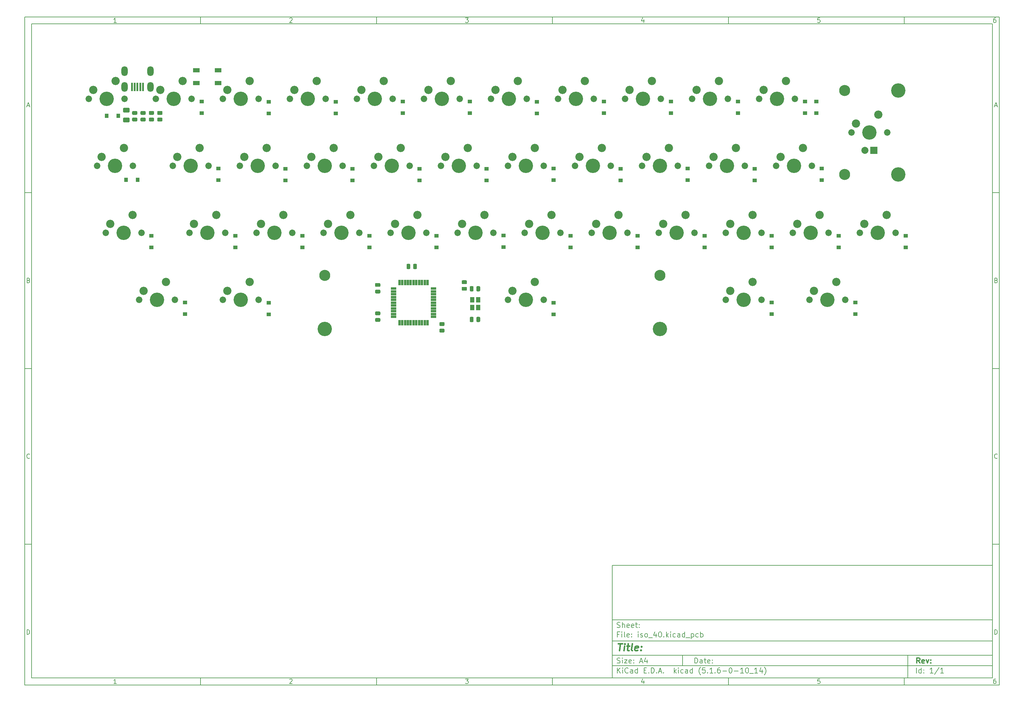
<source format=gbs>
%TF.GenerationSoftware,KiCad,Pcbnew,(5.1.6-0-10_14)*%
%TF.CreationDate,2020-07-22T14:13:02+10:00*%
%TF.ProjectId,iso_40,69736f5f-3430-42e6-9b69-6361645f7063,rev?*%
%TF.SameCoordinates,Original*%
%TF.FileFunction,Soldermask,Bot*%
%TF.FilePolarity,Negative*%
%FSLAX46Y46*%
G04 Gerber Fmt 4.6, Leading zero omitted, Abs format (unit mm)*
G04 Created by KiCad (PCBNEW (5.1.6-0-10_14)) date 2020-07-22 14:13:02*
%MOMM*%
%LPD*%
G01*
G04 APERTURE LIST*
%ADD10C,0.100000*%
%ADD11C,0.150000*%
%ADD12C,0.300000*%
%ADD13C,0.400000*%
%ADD14C,2.350000*%
%ADD15C,4.087800*%
%ADD16C,1.850000*%
%ADD17R,1.300000X1.500000*%
%ADD18O,1.800000X2.800000*%
%ADD19R,0.600000X2.350000*%
%ADD20R,1.600000X0.650000*%
%ADD21R,0.650000X1.600000*%
%ADD22R,1.900000X1.200000*%
%ADD23C,3.148000*%
%ADD24R,2.005000X2.005000*%
%ADD25C,2.005000*%
%ADD26R,1.300000X1.000000*%
%ADD27R,1.000000X1.300000*%
G04 APERTURE END LIST*
D10*
D11*
X177002200Y-166007200D02*
X177002200Y-198007200D01*
X285002200Y-198007200D01*
X285002200Y-166007200D01*
X177002200Y-166007200D01*
D10*
D11*
X10000000Y-10000000D02*
X10000000Y-200007200D01*
X287002200Y-200007200D01*
X287002200Y-10000000D01*
X10000000Y-10000000D01*
D10*
D11*
X12000000Y-12000000D02*
X12000000Y-198007200D01*
X285002200Y-198007200D01*
X285002200Y-12000000D01*
X12000000Y-12000000D01*
D10*
D11*
X60000000Y-12000000D02*
X60000000Y-10000000D01*
D10*
D11*
X110000000Y-12000000D02*
X110000000Y-10000000D01*
D10*
D11*
X160000000Y-12000000D02*
X160000000Y-10000000D01*
D10*
D11*
X210000000Y-12000000D02*
X210000000Y-10000000D01*
D10*
D11*
X260000000Y-12000000D02*
X260000000Y-10000000D01*
D10*
D11*
X36065476Y-11588095D02*
X35322619Y-11588095D01*
X35694047Y-11588095D02*
X35694047Y-10288095D01*
X35570238Y-10473809D01*
X35446428Y-10597619D01*
X35322619Y-10659523D01*
D10*
D11*
X85322619Y-10411904D02*
X85384523Y-10350000D01*
X85508333Y-10288095D01*
X85817857Y-10288095D01*
X85941666Y-10350000D01*
X86003571Y-10411904D01*
X86065476Y-10535714D01*
X86065476Y-10659523D01*
X86003571Y-10845238D01*
X85260714Y-11588095D01*
X86065476Y-11588095D01*
D10*
D11*
X135260714Y-10288095D02*
X136065476Y-10288095D01*
X135632142Y-10783333D01*
X135817857Y-10783333D01*
X135941666Y-10845238D01*
X136003571Y-10907142D01*
X136065476Y-11030952D01*
X136065476Y-11340476D01*
X136003571Y-11464285D01*
X135941666Y-11526190D01*
X135817857Y-11588095D01*
X135446428Y-11588095D01*
X135322619Y-11526190D01*
X135260714Y-11464285D01*
D10*
D11*
X185941666Y-10721428D02*
X185941666Y-11588095D01*
X185632142Y-10226190D02*
X185322619Y-11154761D01*
X186127380Y-11154761D01*
D10*
D11*
X236003571Y-10288095D02*
X235384523Y-10288095D01*
X235322619Y-10907142D01*
X235384523Y-10845238D01*
X235508333Y-10783333D01*
X235817857Y-10783333D01*
X235941666Y-10845238D01*
X236003571Y-10907142D01*
X236065476Y-11030952D01*
X236065476Y-11340476D01*
X236003571Y-11464285D01*
X235941666Y-11526190D01*
X235817857Y-11588095D01*
X235508333Y-11588095D01*
X235384523Y-11526190D01*
X235322619Y-11464285D01*
D10*
D11*
X285941666Y-10288095D02*
X285694047Y-10288095D01*
X285570238Y-10350000D01*
X285508333Y-10411904D01*
X285384523Y-10597619D01*
X285322619Y-10845238D01*
X285322619Y-11340476D01*
X285384523Y-11464285D01*
X285446428Y-11526190D01*
X285570238Y-11588095D01*
X285817857Y-11588095D01*
X285941666Y-11526190D01*
X286003571Y-11464285D01*
X286065476Y-11340476D01*
X286065476Y-11030952D01*
X286003571Y-10907142D01*
X285941666Y-10845238D01*
X285817857Y-10783333D01*
X285570238Y-10783333D01*
X285446428Y-10845238D01*
X285384523Y-10907142D01*
X285322619Y-11030952D01*
D10*
D11*
X60000000Y-198007200D02*
X60000000Y-200007200D01*
D10*
D11*
X110000000Y-198007200D02*
X110000000Y-200007200D01*
D10*
D11*
X160000000Y-198007200D02*
X160000000Y-200007200D01*
D10*
D11*
X210000000Y-198007200D02*
X210000000Y-200007200D01*
D10*
D11*
X260000000Y-198007200D02*
X260000000Y-200007200D01*
D10*
D11*
X36065476Y-199595295D02*
X35322619Y-199595295D01*
X35694047Y-199595295D02*
X35694047Y-198295295D01*
X35570238Y-198481009D01*
X35446428Y-198604819D01*
X35322619Y-198666723D01*
D10*
D11*
X85322619Y-198419104D02*
X85384523Y-198357200D01*
X85508333Y-198295295D01*
X85817857Y-198295295D01*
X85941666Y-198357200D01*
X86003571Y-198419104D01*
X86065476Y-198542914D01*
X86065476Y-198666723D01*
X86003571Y-198852438D01*
X85260714Y-199595295D01*
X86065476Y-199595295D01*
D10*
D11*
X135260714Y-198295295D02*
X136065476Y-198295295D01*
X135632142Y-198790533D01*
X135817857Y-198790533D01*
X135941666Y-198852438D01*
X136003571Y-198914342D01*
X136065476Y-199038152D01*
X136065476Y-199347676D01*
X136003571Y-199471485D01*
X135941666Y-199533390D01*
X135817857Y-199595295D01*
X135446428Y-199595295D01*
X135322619Y-199533390D01*
X135260714Y-199471485D01*
D10*
D11*
X185941666Y-198728628D02*
X185941666Y-199595295D01*
X185632142Y-198233390D02*
X185322619Y-199161961D01*
X186127380Y-199161961D01*
D10*
D11*
X236003571Y-198295295D02*
X235384523Y-198295295D01*
X235322619Y-198914342D01*
X235384523Y-198852438D01*
X235508333Y-198790533D01*
X235817857Y-198790533D01*
X235941666Y-198852438D01*
X236003571Y-198914342D01*
X236065476Y-199038152D01*
X236065476Y-199347676D01*
X236003571Y-199471485D01*
X235941666Y-199533390D01*
X235817857Y-199595295D01*
X235508333Y-199595295D01*
X235384523Y-199533390D01*
X235322619Y-199471485D01*
D10*
D11*
X285941666Y-198295295D02*
X285694047Y-198295295D01*
X285570238Y-198357200D01*
X285508333Y-198419104D01*
X285384523Y-198604819D01*
X285322619Y-198852438D01*
X285322619Y-199347676D01*
X285384523Y-199471485D01*
X285446428Y-199533390D01*
X285570238Y-199595295D01*
X285817857Y-199595295D01*
X285941666Y-199533390D01*
X286003571Y-199471485D01*
X286065476Y-199347676D01*
X286065476Y-199038152D01*
X286003571Y-198914342D01*
X285941666Y-198852438D01*
X285817857Y-198790533D01*
X285570238Y-198790533D01*
X285446428Y-198852438D01*
X285384523Y-198914342D01*
X285322619Y-199038152D01*
D10*
D11*
X10000000Y-60000000D02*
X12000000Y-60000000D01*
D10*
D11*
X10000000Y-110000000D02*
X12000000Y-110000000D01*
D10*
D11*
X10000000Y-160000000D02*
X12000000Y-160000000D01*
D10*
D11*
X10690476Y-35216666D02*
X11309523Y-35216666D01*
X10566666Y-35588095D02*
X11000000Y-34288095D01*
X11433333Y-35588095D01*
D10*
D11*
X11092857Y-84907142D02*
X11278571Y-84969047D01*
X11340476Y-85030952D01*
X11402380Y-85154761D01*
X11402380Y-85340476D01*
X11340476Y-85464285D01*
X11278571Y-85526190D01*
X11154761Y-85588095D01*
X10659523Y-85588095D01*
X10659523Y-84288095D01*
X11092857Y-84288095D01*
X11216666Y-84350000D01*
X11278571Y-84411904D01*
X11340476Y-84535714D01*
X11340476Y-84659523D01*
X11278571Y-84783333D01*
X11216666Y-84845238D01*
X11092857Y-84907142D01*
X10659523Y-84907142D01*
D10*
D11*
X11402380Y-135464285D02*
X11340476Y-135526190D01*
X11154761Y-135588095D01*
X11030952Y-135588095D01*
X10845238Y-135526190D01*
X10721428Y-135402380D01*
X10659523Y-135278571D01*
X10597619Y-135030952D01*
X10597619Y-134845238D01*
X10659523Y-134597619D01*
X10721428Y-134473809D01*
X10845238Y-134350000D01*
X11030952Y-134288095D01*
X11154761Y-134288095D01*
X11340476Y-134350000D01*
X11402380Y-134411904D01*
D10*
D11*
X10659523Y-185588095D02*
X10659523Y-184288095D01*
X10969047Y-184288095D01*
X11154761Y-184350000D01*
X11278571Y-184473809D01*
X11340476Y-184597619D01*
X11402380Y-184845238D01*
X11402380Y-185030952D01*
X11340476Y-185278571D01*
X11278571Y-185402380D01*
X11154761Y-185526190D01*
X10969047Y-185588095D01*
X10659523Y-185588095D01*
D10*
D11*
X287002200Y-60000000D02*
X285002200Y-60000000D01*
D10*
D11*
X287002200Y-110000000D02*
X285002200Y-110000000D01*
D10*
D11*
X287002200Y-160000000D02*
X285002200Y-160000000D01*
D10*
D11*
X285692676Y-35216666D02*
X286311723Y-35216666D01*
X285568866Y-35588095D02*
X286002200Y-34288095D01*
X286435533Y-35588095D01*
D10*
D11*
X286095057Y-84907142D02*
X286280771Y-84969047D01*
X286342676Y-85030952D01*
X286404580Y-85154761D01*
X286404580Y-85340476D01*
X286342676Y-85464285D01*
X286280771Y-85526190D01*
X286156961Y-85588095D01*
X285661723Y-85588095D01*
X285661723Y-84288095D01*
X286095057Y-84288095D01*
X286218866Y-84350000D01*
X286280771Y-84411904D01*
X286342676Y-84535714D01*
X286342676Y-84659523D01*
X286280771Y-84783333D01*
X286218866Y-84845238D01*
X286095057Y-84907142D01*
X285661723Y-84907142D01*
D10*
D11*
X286404580Y-135464285D02*
X286342676Y-135526190D01*
X286156961Y-135588095D01*
X286033152Y-135588095D01*
X285847438Y-135526190D01*
X285723628Y-135402380D01*
X285661723Y-135278571D01*
X285599819Y-135030952D01*
X285599819Y-134845238D01*
X285661723Y-134597619D01*
X285723628Y-134473809D01*
X285847438Y-134350000D01*
X286033152Y-134288095D01*
X286156961Y-134288095D01*
X286342676Y-134350000D01*
X286404580Y-134411904D01*
D10*
D11*
X285661723Y-185588095D02*
X285661723Y-184288095D01*
X285971247Y-184288095D01*
X286156961Y-184350000D01*
X286280771Y-184473809D01*
X286342676Y-184597619D01*
X286404580Y-184845238D01*
X286404580Y-185030952D01*
X286342676Y-185278571D01*
X286280771Y-185402380D01*
X286156961Y-185526190D01*
X285971247Y-185588095D01*
X285661723Y-185588095D01*
D10*
D11*
X200434342Y-193785771D02*
X200434342Y-192285771D01*
X200791485Y-192285771D01*
X201005771Y-192357200D01*
X201148628Y-192500057D01*
X201220057Y-192642914D01*
X201291485Y-192928628D01*
X201291485Y-193142914D01*
X201220057Y-193428628D01*
X201148628Y-193571485D01*
X201005771Y-193714342D01*
X200791485Y-193785771D01*
X200434342Y-193785771D01*
X202577200Y-193785771D02*
X202577200Y-193000057D01*
X202505771Y-192857200D01*
X202362914Y-192785771D01*
X202077200Y-192785771D01*
X201934342Y-192857200D01*
X202577200Y-193714342D02*
X202434342Y-193785771D01*
X202077200Y-193785771D01*
X201934342Y-193714342D01*
X201862914Y-193571485D01*
X201862914Y-193428628D01*
X201934342Y-193285771D01*
X202077200Y-193214342D01*
X202434342Y-193214342D01*
X202577200Y-193142914D01*
X203077200Y-192785771D02*
X203648628Y-192785771D01*
X203291485Y-192285771D02*
X203291485Y-193571485D01*
X203362914Y-193714342D01*
X203505771Y-193785771D01*
X203648628Y-193785771D01*
X204720057Y-193714342D02*
X204577200Y-193785771D01*
X204291485Y-193785771D01*
X204148628Y-193714342D01*
X204077200Y-193571485D01*
X204077200Y-193000057D01*
X204148628Y-192857200D01*
X204291485Y-192785771D01*
X204577200Y-192785771D01*
X204720057Y-192857200D01*
X204791485Y-193000057D01*
X204791485Y-193142914D01*
X204077200Y-193285771D01*
X205434342Y-193642914D02*
X205505771Y-193714342D01*
X205434342Y-193785771D01*
X205362914Y-193714342D01*
X205434342Y-193642914D01*
X205434342Y-193785771D01*
X205434342Y-192857200D02*
X205505771Y-192928628D01*
X205434342Y-193000057D01*
X205362914Y-192928628D01*
X205434342Y-192857200D01*
X205434342Y-193000057D01*
D10*
D11*
X177002200Y-194507200D02*
X285002200Y-194507200D01*
D10*
D11*
X178434342Y-196585771D02*
X178434342Y-195085771D01*
X179291485Y-196585771D02*
X178648628Y-195728628D01*
X179291485Y-195085771D02*
X178434342Y-195942914D01*
X179934342Y-196585771D02*
X179934342Y-195585771D01*
X179934342Y-195085771D02*
X179862914Y-195157200D01*
X179934342Y-195228628D01*
X180005771Y-195157200D01*
X179934342Y-195085771D01*
X179934342Y-195228628D01*
X181505771Y-196442914D02*
X181434342Y-196514342D01*
X181220057Y-196585771D01*
X181077200Y-196585771D01*
X180862914Y-196514342D01*
X180720057Y-196371485D01*
X180648628Y-196228628D01*
X180577200Y-195942914D01*
X180577200Y-195728628D01*
X180648628Y-195442914D01*
X180720057Y-195300057D01*
X180862914Y-195157200D01*
X181077200Y-195085771D01*
X181220057Y-195085771D01*
X181434342Y-195157200D01*
X181505771Y-195228628D01*
X182791485Y-196585771D02*
X182791485Y-195800057D01*
X182720057Y-195657200D01*
X182577200Y-195585771D01*
X182291485Y-195585771D01*
X182148628Y-195657200D01*
X182791485Y-196514342D02*
X182648628Y-196585771D01*
X182291485Y-196585771D01*
X182148628Y-196514342D01*
X182077200Y-196371485D01*
X182077200Y-196228628D01*
X182148628Y-196085771D01*
X182291485Y-196014342D01*
X182648628Y-196014342D01*
X182791485Y-195942914D01*
X184148628Y-196585771D02*
X184148628Y-195085771D01*
X184148628Y-196514342D02*
X184005771Y-196585771D01*
X183720057Y-196585771D01*
X183577200Y-196514342D01*
X183505771Y-196442914D01*
X183434342Y-196300057D01*
X183434342Y-195871485D01*
X183505771Y-195728628D01*
X183577200Y-195657200D01*
X183720057Y-195585771D01*
X184005771Y-195585771D01*
X184148628Y-195657200D01*
X186005771Y-195800057D02*
X186505771Y-195800057D01*
X186720057Y-196585771D02*
X186005771Y-196585771D01*
X186005771Y-195085771D01*
X186720057Y-195085771D01*
X187362914Y-196442914D02*
X187434342Y-196514342D01*
X187362914Y-196585771D01*
X187291485Y-196514342D01*
X187362914Y-196442914D01*
X187362914Y-196585771D01*
X188077200Y-196585771D02*
X188077200Y-195085771D01*
X188434342Y-195085771D01*
X188648628Y-195157200D01*
X188791485Y-195300057D01*
X188862914Y-195442914D01*
X188934342Y-195728628D01*
X188934342Y-195942914D01*
X188862914Y-196228628D01*
X188791485Y-196371485D01*
X188648628Y-196514342D01*
X188434342Y-196585771D01*
X188077200Y-196585771D01*
X189577200Y-196442914D02*
X189648628Y-196514342D01*
X189577200Y-196585771D01*
X189505771Y-196514342D01*
X189577200Y-196442914D01*
X189577200Y-196585771D01*
X190220057Y-196157200D02*
X190934342Y-196157200D01*
X190077200Y-196585771D02*
X190577200Y-195085771D01*
X191077200Y-196585771D01*
X191577200Y-196442914D02*
X191648628Y-196514342D01*
X191577200Y-196585771D01*
X191505771Y-196514342D01*
X191577200Y-196442914D01*
X191577200Y-196585771D01*
X194577200Y-196585771D02*
X194577200Y-195085771D01*
X194720057Y-196014342D02*
X195148628Y-196585771D01*
X195148628Y-195585771D02*
X194577200Y-196157200D01*
X195791485Y-196585771D02*
X195791485Y-195585771D01*
X195791485Y-195085771D02*
X195720057Y-195157200D01*
X195791485Y-195228628D01*
X195862914Y-195157200D01*
X195791485Y-195085771D01*
X195791485Y-195228628D01*
X197148628Y-196514342D02*
X197005771Y-196585771D01*
X196720057Y-196585771D01*
X196577200Y-196514342D01*
X196505771Y-196442914D01*
X196434342Y-196300057D01*
X196434342Y-195871485D01*
X196505771Y-195728628D01*
X196577200Y-195657200D01*
X196720057Y-195585771D01*
X197005771Y-195585771D01*
X197148628Y-195657200D01*
X198434342Y-196585771D02*
X198434342Y-195800057D01*
X198362914Y-195657200D01*
X198220057Y-195585771D01*
X197934342Y-195585771D01*
X197791485Y-195657200D01*
X198434342Y-196514342D02*
X198291485Y-196585771D01*
X197934342Y-196585771D01*
X197791485Y-196514342D01*
X197720057Y-196371485D01*
X197720057Y-196228628D01*
X197791485Y-196085771D01*
X197934342Y-196014342D01*
X198291485Y-196014342D01*
X198434342Y-195942914D01*
X199791485Y-196585771D02*
X199791485Y-195085771D01*
X199791485Y-196514342D02*
X199648628Y-196585771D01*
X199362914Y-196585771D01*
X199220057Y-196514342D01*
X199148628Y-196442914D01*
X199077200Y-196300057D01*
X199077200Y-195871485D01*
X199148628Y-195728628D01*
X199220057Y-195657200D01*
X199362914Y-195585771D01*
X199648628Y-195585771D01*
X199791485Y-195657200D01*
X202077200Y-197157200D02*
X202005771Y-197085771D01*
X201862914Y-196871485D01*
X201791485Y-196728628D01*
X201720057Y-196514342D01*
X201648628Y-196157200D01*
X201648628Y-195871485D01*
X201720057Y-195514342D01*
X201791485Y-195300057D01*
X201862914Y-195157200D01*
X202005771Y-194942914D01*
X202077200Y-194871485D01*
X203362914Y-195085771D02*
X202648628Y-195085771D01*
X202577200Y-195800057D01*
X202648628Y-195728628D01*
X202791485Y-195657200D01*
X203148628Y-195657200D01*
X203291485Y-195728628D01*
X203362914Y-195800057D01*
X203434342Y-195942914D01*
X203434342Y-196300057D01*
X203362914Y-196442914D01*
X203291485Y-196514342D01*
X203148628Y-196585771D01*
X202791485Y-196585771D01*
X202648628Y-196514342D01*
X202577200Y-196442914D01*
X204077200Y-196442914D02*
X204148628Y-196514342D01*
X204077200Y-196585771D01*
X204005771Y-196514342D01*
X204077200Y-196442914D01*
X204077200Y-196585771D01*
X205577200Y-196585771D02*
X204720057Y-196585771D01*
X205148628Y-196585771D02*
X205148628Y-195085771D01*
X205005771Y-195300057D01*
X204862914Y-195442914D01*
X204720057Y-195514342D01*
X206220057Y-196442914D02*
X206291485Y-196514342D01*
X206220057Y-196585771D01*
X206148628Y-196514342D01*
X206220057Y-196442914D01*
X206220057Y-196585771D01*
X207577200Y-195085771D02*
X207291485Y-195085771D01*
X207148628Y-195157200D01*
X207077200Y-195228628D01*
X206934342Y-195442914D01*
X206862914Y-195728628D01*
X206862914Y-196300057D01*
X206934342Y-196442914D01*
X207005771Y-196514342D01*
X207148628Y-196585771D01*
X207434342Y-196585771D01*
X207577200Y-196514342D01*
X207648628Y-196442914D01*
X207720057Y-196300057D01*
X207720057Y-195942914D01*
X207648628Y-195800057D01*
X207577200Y-195728628D01*
X207434342Y-195657200D01*
X207148628Y-195657200D01*
X207005771Y-195728628D01*
X206934342Y-195800057D01*
X206862914Y-195942914D01*
X208362914Y-196014342D02*
X209505771Y-196014342D01*
X210505771Y-195085771D02*
X210648628Y-195085771D01*
X210791485Y-195157200D01*
X210862914Y-195228628D01*
X210934342Y-195371485D01*
X211005771Y-195657200D01*
X211005771Y-196014342D01*
X210934342Y-196300057D01*
X210862914Y-196442914D01*
X210791485Y-196514342D01*
X210648628Y-196585771D01*
X210505771Y-196585771D01*
X210362914Y-196514342D01*
X210291485Y-196442914D01*
X210220057Y-196300057D01*
X210148628Y-196014342D01*
X210148628Y-195657200D01*
X210220057Y-195371485D01*
X210291485Y-195228628D01*
X210362914Y-195157200D01*
X210505771Y-195085771D01*
X211648628Y-196014342D02*
X212791485Y-196014342D01*
X214291485Y-196585771D02*
X213434342Y-196585771D01*
X213862914Y-196585771D02*
X213862914Y-195085771D01*
X213720057Y-195300057D01*
X213577200Y-195442914D01*
X213434342Y-195514342D01*
X215220057Y-195085771D02*
X215362914Y-195085771D01*
X215505771Y-195157200D01*
X215577200Y-195228628D01*
X215648628Y-195371485D01*
X215720057Y-195657200D01*
X215720057Y-196014342D01*
X215648628Y-196300057D01*
X215577200Y-196442914D01*
X215505771Y-196514342D01*
X215362914Y-196585771D01*
X215220057Y-196585771D01*
X215077200Y-196514342D01*
X215005771Y-196442914D01*
X214934342Y-196300057D01*
X214862914Y-196014342D01*
X214862914Y-195657200D01*
X214934342Y-195371485D01*
X215005771Y-195228628D01*
X215077200Y-195157200D01*
X215220057Y-195085771D01*
X216005771Y-196728628D02*
X217148628Y-196728628D01*
X218291485Y-196585771D02*
X217434342Y-196585771D01*
X217862914Y-196585771D02*
X217862914Y-195085771D01*
X217720057Y-195300057D01*
X217577200Y-195442914D01*
X217434342Y-195514342D01*
X219577200Y-195585771D02*
X219577200Y-196585771D01*
X219220057Y-195014342D02*
X218862914Y-196085771D01*
X219791485Y-196085771D01*
X220220057Y-197157200D02*
X220291485Y-197085771D01*
X220434342Y-196871485D01*
X220505771Y-196728628D01*
X220577200Y-196514342D01*
X220648628Y-196157200D01*
X220648628Y-195871485D01*
X220577200Y-195514342D01*
X220505771Y-195300057D01*
X220434342Y-195157200D01*
X220291485Y-194942914D01*
X220220057Y-194871485D01*
D10*
D11*
X177002200Y-191507200D02*
X285002200Y-191507200D01*
D10*
D12*
X264411485Y-193785771D02*
X263911485Y-193071485D01*
X263554342Y-193785771D02*
X263554342Y-192285771D01*
X264125771Y-192285771D01*
X264268628Y-192357200D01*
X264340057Y-192428628D01*
X264411485Y-192571485D01*
X264411485Y-192785771D01*
X264340057Y-192928628D01*
X264268628Y-193000057D01*
X264125771Y-193071485D01*
X263554342Y-193071485D01*
X265625771Y-193714342D02*
X265482914Y-193785771D01*
X265197200Y-193785771D01*
X265054342Y-193714342D01*
X264982914Y-193571485D01*
X264982914Y-193000057D01*
X265054342Y-192857200D01*
X265197200Y-192785771D01*
X265482914Y-192785771D01*
X265625771Y-192857200D01*
X265697200Y-193000057D01*
X265697200Y-193142914D01*
X264982914Y-193285771D01*
X266197200Y-192785771D02*
X266554342Y-193785771D01*
X266911485Y-192785771D01*
X267482914Y-193642914D02*
X267554342Y-193714342D01*
X267482914Y-193785771D01*
X267411485Y-193714342D01*
X267482914Y-193642914D01*
X267482914Y-193785771D01*
X267482914Y-192857200D02*
X267554342Y-192928628D01*
X267482914Y-193000057D01*
X267411485Y-192928628D01*
X267482914Y-192857200D01*
X267482914Y-193000057D01*
D10*
D11*
X178362914Y-193714342D02*
X178577200Y-193785771D01*
X178934342Y-193785771D01*
X179077200Y-193714342D01*
X179148628Y-193642914D01*
X179220057Y-193500057D01*
X179220057Y-193357200D01*
X179148628Y-193214342D01*
X179077200Y-193142914D01*
X178934342Y-193071485D01*
X178648628Y-193000057D01*
X178505771Y-192928628D01*
X178434342Y-192857200D01*
X178362914Y-192714342D01*
X178362914Y-192571485D01*
X178434342Y-192428628D01*
X178505771Y-192357200D01*
X178648628Y-192285771D01*
X179005771Y-192285771D01*
X179220057Y-192357200D01*
X179862914Y-193785771D02*
X179862914Y-192785771D01*
X179862914Y-192285771D02*
X179791485Y-192357200D01*
X179862914Y-192428628D01*
X179934342Y-192357200D01*
X179862914Y-192285771D01*
X179862914Y-192428628D01*
X180434342Y-192785771D02*
X181220057Y-192785771D01*
X180434342Y-193785771D01*
X181220057Y-193785771D01*
X182362914Y-193714342D02*
X182220057Y-193785771D01*
X181934342Y-193785771D01*
X181791485Y-193714342D01*
X181720057Y-193571485D01*
X181720057Y-193000057D01*
X181791485Y-192857200D01*
X181934342Y-192785771D01*
X182220057Y-192785771D01*
X182362914Y-192857200D01*
X182434342Y-193000057D01*
X182434342Y-193142914D01*
X181720057Y-193285771D01*
X183077200Y-193642914D02*
X183148628Y-193714342D01*
X183077200Y-193785771D01*
X183005771Y-193714342D01*
X183077200Y-193642914D01*
X183077200Y-193785771D01*
X183077200Y-192857200D02*
X183148628Y-192928628D01*
X183077200Y-193000057D01*
X183005771Y-192928628D01*
X183077200Y-192857200D01*
X183077200Y-193000057D01*
X184862914Y-193357200D02*
X185577200Y-193357200D01*
X184720057Y-193785771D02*
X185220057Y-192285771D01*
X185720057Y-193785771D01*
X186862914Y-192785771D02*
X186862914Y-193785771D01*
X186505771Y-192214342D02*
X186148628Y-193285771D01*
X187077200Y-193285771D01*
D10*
D11*
X263434342Y-196585771D02*
X263434342Y-195085771D01*
X264791485Y-196585771D02*
X264791485Y-195085771D01*
X264791485Y-196514342D02*
X264648628Y-196585771D01*
X264362914Y-196585771D01*
X264220057Y-196514342D01*
X264148628Y-196442914D01*
X264077200Y-196300057D01*
X264077200Y-195871485D01*
X264148628Y-195728628D01*
X264220057Y-195657200D01*
X264362914Y-195585771D01*
X264648628Y-195585771D01*
X264791485Y-195657200D01*
X265505771Y-196442914D02*
X265577200Y-196514342D01*
X265505771Y-196585771D01*
X265434342Y-196514342D01*
X265505771Y-196442914D01*
X265505771Y-196585771D01*
X265505771Y-195657200D02*
X265577200Y-195728628D01*
X265505771Y-195800057D01*
X265434342Y-195728628D01*
X265505771Y-195657200D01*
X265505771Y-195800057D01*
X268148628Y-196585771D02*
X267291485Y-196585771D01*
X267720057Y-196585771D02*
X267720057Y-195085771D01*
X267577200Y-195300057D01*
X267434342Y-195442914D01*
X267291485Y-195514342D01*
X269862914Y-195014342D02*
X268577200Y-196942914D01*
X271148628Y-196585771D02*
X270291485Y-196585771D01*
X270720057Y-196585771D02*
X270720057Y-195085771D01*
X270577200Y-195300057D01*
X270434342Y-195442914D01*
X270291485Y-195514342D01*
D10*
D11*
X177002200Y-187507200D02*
X285002200Y-187507200D01*
D10*
D13*
X178714580Y-188211961D02*
X179857438Y-188211961D01*
X179036009Y-190211961D02*
X179286009Y-188211961D01*
X180274104Y-190211961D02*
X180440771Y-188878628D01*
X180524104Y-188211961D02*
X180416961Y-188307200D01*
X180500295Y-188402438D01*
X180607438Y-188307200D01*
X180524104Y-188211961D01*
X180500295Y-188402438D01*
X181107438Y-188878628D02*
X181869342Y-188878628D01*
X181476485Y-188211961D02*
X181262200Y-189926247D01*
X181333628Y-190116723D01*
X181512200Y-190211961D01*
X181702676Y-190211961D01*
X182655057Y-190211961D02*
X182476485Y-190116723D01*
X182405057Y-189926247D01*
X182619342Y-188211961D01*
X184190771Y-190116723D02*
X183988390Y-190211961D01*
X183607438Y-190211961D01*
X183428866Y-190116723D01*
X183357438Y-189926247D01*
X183452676Y-189164342D01*
X183571723Y-188973866D01*
X183774104Y-188878628D01*
X184155057Y-188878628D01*
X184333628Y-188973866D01*
X184405057Y-189164342D01*
X184381247Y-189354819D01*
X183405057Y-189545295D01*
X185155057Y-190021485D02*
X185238390Y-190116723D01*
X185131247Y-190211961D01*
X185047914Y-190116723D01*
X185155057Y-190021485D01*
X185131247Y-190211961D01*
X185286009Y-188973866D02*
X185369342Y-189069104D01*
X185262200Y-189164342D01*
X185178866Y-189069104D01*
X185286009Y-188973866D01*
X185262200Y-189164342D01*
D10*
D11*
X178934342Y-185600057D02*
X178434342Y-185600057D01*
X178434342Y-186385771D02*
X178434342Y-184885771D01*
X179148628Y-184885771D01*
X179720057Y-186385771D02*
X179720057Y-185385771D01*
X179720057Y-184885771D02*
X179648628Y-184957200D01*
X179720057Y-185028628D01*
X179791485Y-184957200D01*
X179720057Y-184885771D01*
X179720057Y-185028628D01*
X180648628Y-186385771D02*
X180505771Y-186314342D01*
X180434342Y-186171485D01*
X180434342Y-184885771D01*
X181791485Y-186314342D02*
X181648628Y-186385771D01*
X181362914Y-186385771D01*
X181220057Y-186314342D01*
X181148628Y-186171485D01*
X181148628Y-185600057D01*
X181220057Y-185457200D01*
X181362914Y-185385771D01*
X181648628Y-185385771D01*
X181791485Y-185457200D01*
X181862914Y-185600057D01*
X181862914Y-185742914D01*
X181148628Y-185885771D01*
X182505771Y-186242914D02*
X182577200Y-186314342D01*
X182505771Y-186385771D01*
X182434342Y-186314342D01*
X182505771Y-186242914D01*
X182505771Y-186385771D01*
X182505771Y-185457200D02*
X182577200Y-185528628D01*
X182505771Y-185600057D01*
X182434342Y-185528628D01*
X182505771Y-185457200D01*
X182505771Y-185600057D01*
X184362914Y-186385771D02*
X184362914Y-185385771D01*
X184362914Y-184885771D02*
X184291485Y-184957200D01*
X184362914Y-185028628D01*
X184434342Y-184957200D01*
X184362914Y-184885771D01*
X184362914Y-185028628D01*
X185005771Y-186314342D02*
X185148628Y-186385771D01*
X185434342Y-186385771D01*
X185577200Y-186314342D01*
X185648628Y-186171485D01*
X185648628Y-186100057D01*
X185577200Y-185957200D01*
X185434342Y-185885771D01*
X185220057Y-185885771D01*
X185077200Y-185814342D01*
X185005771Y-185671485D01*
X185005771Y-185600057D01*
X185077200Y-185457200D01*
X185220057Y-185385771D01*
X185434342Y-185385771D01*
X185577200Y-185457200D01*
X186505771Y-186385771D02*
X186362914Y-186314342D01*
X186291485Y-186242914D01*
X186220057Y-186100057D01*
X186220057Y-185671485D01*
X186291485Y-185528628D01*
X186362914Y-185457200D01*
X186505771Y-185385771D01*
X186720057Y-185385771D01*
X186862914Y-185457200D01*
X186934342Y-185528628D01*
X187005771Y-185671485D01*
X187005771Y-186100057D01*
X186934342Y-186242914D01*
X186862914Y-186314342D01*
X186720057Y-186385771D01*
X186505771Y-186385771D01*
X187291485Y-186528628D02*
X188434342Y-186528628D01*
X189434342Y-185385771D02*
X189434342Y-186385771D01*
X189077200Y-184814342D02*
X188720057Y-185885771D01*
X189648628Y-185885771D01*
X190505771Y-184885771D02*
X190648628Y-184885771D01*
X190791485Y-184957200D01*
X190862914Y-185028628D01*
X190934342Y-185171485D01*
X191005771Y-185457200D01*
X191005771Y-185814342D01*
X190934342Y-186100057D01*
X190862914Y-186242914D01*
X190791485Y-186314342D01*
X190648628Y-186385771D01*
X190505771Y-186385771D01*
X190362914Y-186314342D01*
X190291485Y-186242914D01*
X190220057Y-186100057D01*
X190148628Y-185814342D01*
X190148628Y-185457200D01*
X190220057Y-185171485D01*
X190291485Y-185028628D01*
X190362914Y-184957200D01*
X190505771Y-184885771D01*
X191648628Y-186242914D02*
X191720057Y-186314342D01*
X191648628Y-186385771D01*
X191577200Y-186314342D01*
X191648628Y-186242914D01*
X191648628Y-186385771D01*
X192362914Y-186385771D02*
X192362914Y-184885771D01*
X192505771Y-185814342D02*
X192934342Y-186385771D01*
X192934342Y-185385771D02*
X192362914Y-185957200D01*
X193577200Y-186385771D02*
X193577200Y-185385771D01*
X193577200Y-184885771D02*
X193505771Y-184957200D01*
X193577200Y-185028628D01*
X193648628Y-184957200D01*
X193577200Y-184885771D01*
X193577200Y-185028628D01*
X194934342Y-186314342D02*
X194791485Y-186385771D01*
X194505771Y-186385771D01*
X194362914Y-186314342D01*
X194291485Y-186242914D01*
X194220057Y-186100057D01*
X194220057Y-185671485D01*
X194291485Y-185528628D01*
X194362914Y-185457200D01*
X194505771Y-185385771D01*
X194791485Y-185385771D01*
X194934342Y-185457200D01*
X196220057Y-186385771D02*
X196220057Y-185600057D01*
X196148628Y-185457200D01*
X196005771Y-185385771D01*
X195720057Y-185385771D01*
X195577200Y-185457200D01*
X196220057Y-186314342D02*
X196077200Y-186385771D01*
X195720057Y-186385771D01*
X195577200Y-186314342D01*
X195505771Y-186171485D01*
X195505771Y-186028628D01*
X195577200Y-185885771D01*
X195720057Y-185814342D01*
X196077200Y-185814342D01*
X196220057Y-185742914D01*
X197577200Y-186385771D02*
X197577200Y-184885771D01*
X197577200Y-186314342D02*
X197434342Y-186385771D01*
X197148628Y-186385771D01*
X197005771Y-186314342D01*
X196934342Y-186242914D01*
X196862914Y-186100057D01*
X196862914Y-185671485D01*
X196934342Y-185528628D01*
X197005771Y-185457200D01*
X197148628Y-185385771D01*
X197434342Y-185385771D01*
X197577200Y-185457200D01*
X197934342Y-186528628D02*
X199077200Y-186528628D01*
X199434342Y-185385771D02*
X199434342Y-186885771D01*
X199434342Y-185457200D02*
X199577200Y-185385771D01*
X199862914Y-185385771D01*
X200005771Y-185457200D01*
X200077200Y-185528628D01*
X200148628Y-185671485D01*
X200148628Y-186100057D01*
X200077200Y-186242914D01*
X200005771Y-186314342D01*
X199862914Y-186385771D01*
X199577200Y-186385771D01*
X199434342Y-186314342D01*
X201434342Y-186314342D02*
X201291485Y-186385771D01*
X201005771Y-186385771D01*
X200862914Y-186314342D01*
X200791485Y-186242914D01*
X200720057Y-186100057D01*
X200720057Y-185671485D01*
X200791485Y-185528628D01*
X200862914Y-185457200D01*
X201005771Y-185385771D01*
X201291485Y-185385771D01*
X201434342Y-185457200D01*
X202077200Y-186385771D02*
X202077200Y-184885771D01*
X202077200Y-185457200D02*
X202220057Y-185385771D01*
X202505771Y-185385771D01*
X202648628Y-185457200D01*
X202720057Y-185528628D01*
X202791485Y-185671485D01*
X202791485Y-186100057D01*
X202720057Y-186242914D01*
X202648628Y-186314342D01*
X202505771Y-186385771D01*
X202220057Y-186385771D01*
X202077200Y-186314342D01*
D10*
D11*
X177002200Y-181507200D02*
X285002200Y-181507200D01*
D10*
D11*
X178362914Y-183614342D02*
X178577200Y-183685771D01*
X178934342Y-183685771D01*
X179077200Y-183614342D01*
X179148628Y-183542914D01*
X179220057Y-183400057D01*
X179220057Y-183257200D01*
X179148628Y-183114342D01*
X179077200Y-183042914D01*
X178934342Y-182971485D01*
X178648628Y-182900057D01*
X178505771Y-182828628D01*
X178434342Y-182757200D01*
X178362914Y-182614342D01*
X178362914Y-182471485D01*
X178434342Y-182328628D01*
X178505771Y-182257200D01*
X178648628Y-182185771D01*
X179005771Y-182185771D01*
X179220057Y-182257200D01*
X179862914Y-183685771D02*
X179862914Y-182185771D01*
X180505771Y-183685771D02*
X180505771Y-182900057D01*
X180434342Y-182757200D01*
X180291485Y-182685771D01*
X180077200Y-182685771D01*
X179934342Y-182757200D01*
X179862914Y-182828628D01*
X181791485Y-183614342D02*
X181648628Y-183685771D01*
X181362914Y-183685771D01*
X181220057Y-183614342D01*
X181148628Y-183471485D01*
X181148628Y-182900057D01*
X181220057Y-182757200D01*
X181362914Y-182685771D01*
X181648628Y-182685771D01*
X181791485Y-182757200D01*
X181862914Y-182900057D01*
X181862914Y-183042914D01*
X181148628Y-183185771D01*
X183077200Y-183614342D02*
X182934342Y-183685771D01*
X182648628Y-183685771D01*
X182505771Y-183614342D01*
X182434342Y-183471485D01*
X182434342Y-182900057D01*
X182505771Y-182757200D01*
X182648628Y-182685771D01*
X182934342Y-182685771D01*
X183077200Y-182757200D01*
X183148628Y-182900057D01*
X183148628Y-183042914D01*
X182434342Y-183185771D01*
X183577200Y-182685771D02*
X184148628Y-182685771D01*
X183791485Y-182185771D02*
X183791485Y-183471485D01*
X183862914Y-183614342D01*
X184005771Y-183685771D01*
X184148628Y-183685771D01*
X184648628Y-183542914D02*
X184720057Y-183614342D01*
X184648628Y-183685771D01*
X184577200Y-183614342D01*
X184648628Y-183542914D01*
X184648628Y-183685771D01*
X184648628Y-182757200D02*
X184720057Y-182828628D01*
X184648628Y-182900057D01*
X184577200Y-182828628D01*
X184648628Y-182757200D01*
X184648628Y-182900057D01*
D10*
D11*
X197002200Y-191507200D02*
X197002200Y-194507200D01*
D10*
D11*
X261002200Y-191507200D02*
X261002200Y-198007200D01*
D14*
%TO.C,MX2*%
X54927500Y-28257500D03*
D15*
X52387500Y-33337500D03*
D14*
X48577500Y-30797500D03*
D16*
X47307500Y-33337500D03*
X57467500Y-33337500D03*
%TD*%
D14*
%TO.C,MX24*%
X40640000Y-66357500D03*
D15*
X38100000Y-71437500D03*
D14*
X34290000Y-68897500D03*
D16*
X33020000Y-71437500D03*
X43180000Y-71437500D03*
%TD*%
D14*
%TO.C,MX23*%
X231140000Y-47307500D03*
D15*
X228600000Y-52387500D03*
D14*
X224790000Y-49847500D03*
D16*
X223520000Y-52387500D03*
X233680000Y-52387500D03*
%TD*%
D17*
%TO.C,Y1*%
X138906250Y-92687500D03*
X138906250Y-90487500D03*
X137206250Y-90487500D03*
X137206250Y-92687500D03*
%TD*%
D18*
%TO.C,USB1*%
X38418750Y-25400000D03*
X45718750Y-25400000D03*
X45718750Y-29900000D03*
X38418750Y-29900000D03*
D19*
X40468750Y-29900000D03*
X41268750Y-29900000D03*
X42068750Y-29900000D03*
X42868750Y-29900000D03*
X43668750Y-29900000D03*
%TD*%
D20*
%TO.C,U1*%
X114806250Y-87275000D03*
X114806250Y-88075000D03*
X114806250Y-88875000D03*
X114806250Y-89675000D03*
X114806250Y-90475000D03*
X114806250Y-91275000D03*
X114806250Y-92075000D03*
X114806250Y-92875000D03*
X114806250Y-93675000D03*
X114806250Y-94475000D03*
X114806250Y-95275000D03*
D21*
X116506250Y-96975000D03*
X117306250Y-96975000D03*
X118106250Y-96975000D03*
X118906250Y-96975000D03*
X119706250Y-96975000D03*
X120506250Y-96975000D03*
X121306250Y-96975000D03*
X122106250Y-96975000D03*
X122906250Y-96975000D03*
X123706250Y-96975000D03*
X124506250Y-96975000D03*
D20*
X126206250Y-95275000D03*
X126206250Y-94475000D03*
X126206250Y-93675000D03*
X126206250Y-92875000D03*
X126206250Y-92075000D03*
X126206250Y-91275000D03*
X126206250Y-90475000D03*
X126206250Y-89675000D03*
X126206250Y-88875000D03*
X126206250Y-88075000D03*
X126206250Y-87275000D03*
D21*
X124506250Y-85575000D03*
X123706250Y-85575000D03*
X122906250Y-85575000D03*
X122106250Y-85575000D03*
X121306250Y-85575000D03*
X120506250Y-85575000D03*
X119706250Y-85575000D03*
X118906250Y-85575000D03*
X118106250Y-85575000D03*
X117306250Y-85575000D03*
X116506250Y-85575000D03*
%TD*%
D22*
%TO.C,SW1*%
X58812500Y-25137500D03*
X65012500Y-28837500D03*
X58812500Y-28837500D03*
X65012500Y-25137500D03*
%TD*%
%TO.C,R4*%
G36*
G01*
X45556250Y-38643750D02*
X46518750Y-38643750D01*
G75*
G02*
X46787500Y-38912500I0J-268750D01*
G01*
X46787500Y-39450000D01*
G75*
G02*
X46518750Y-39718750I-268750J0D01*
G01*
X45556250Y-39718750D01*
G75*
G02*
X45287500Y-39450000I0J268750D01*
G01*
X45287500Y-38912500D01*
G75*
G02*
X45556250Y-38643750I268750J0D01*
G01*
G37*
G36*
G01*
X45556250Y-36768750D02*
X46518750Y-36768750D01*
G75*
G02*
X46787500Y-37037500I0J-268750D01*
G01*
X46787500Y-37575000D01*
G75*
G02*
X46518750Y-37843750I-268750J0D01*
G01*
X45556250Y-37843750D01*
G75*
G02*
X45287500Y-37575000I0J268750D01*
G01*
X45287500Y-37037500D01*
G75*
G02*
X45556250Y-36768750I268750J0D01*
G01*
G37*
%TD*%
%TO.C,R3*%
G36*
G01*
X41759000Y-37843750D02*
X40796500Y-37843750D01*
G75*
G02*
X40527750Y-37575000I0J268750D01*
G01*
X40527750Y-37037500D01*
G75*
G02*
X40796500Y-36768750I268750J0D01*
G01*
X41759000Y-36768750D01*
G75*
G02*
X42027750Y-37037500I0J-268750D01*
G01*
X42027750Y-37575000D01*
G75*
G02*
X41759000Y-37843750I-268750J0D01*
G01*
G37*
G36*
G01*
X41759000Y-39718750D02*
X40796500Y-39718750D01*
G75*
G02*
X40527750Y-39450000I0J268750D01*
G01*
X40527750Y-38912500D01*
G75*
G02*
X40796500Y-38643750I268750J0D01*
G01*
X41759000Y-38643750D01*
G75*
G02*
X42027750Y-38912500I0J-268750D01*
G01*
X42027750Y-39450000D01*
G75*
G02*
X41759000Y-39718750I-268750J0D01*
G01*
G37*
%TD*%
%TO.C,R2*%
G36*
G01*
X44137500Y-37843750D02*
X43175000Y-37843750D01*
G75*
G02*
X42906250Y-37575000I0J268750D01*
G01*
X42906250Y-37037500D01*
G75*
G02*
X43175000Y-36768750I268750J0D01*
G01*
X44137500Y-36768750D01*
G75*
G02*
X44406250Y-37037500I0J-268750D01*
G01*
X44406250Y-37575000D01*
G75*
G02*
X44137500Y-37843750I-268750J0D01*
G01*
G37*
G36*
G01*
X44137500Y-39718750D02*
X43175000Y-39718750D01*
G75*
G02*
X42906250Y-39450000I0J268750D01*
G01*
X42906250Y-38912500D01*
G75*
G02*
X43175000Y-38643750I268750J0D01*
G01*
X44137500Y-38643750D01*
G75*
G02*
X44406250Y-38912500I0J-268750D01*
G01*
X44406250Y-39450000D01*
G75*
G02*
X44137500Y-39718750I-268750J0D01*
G01*
G37*
%TD*%
%TO.C,R1*%
G36*
G01*
X48900000Y-37843750D02*
X47937500Y-37843750D01*
G75*
G02*
X47668750Y-37575000I0J268750D01*
G01*
X47668750Y-37037500D01*
G75*
G02*
X47937500Y-36768750I268750J0D01*
G01*
X48900000Y-36768750D01*
G75*
G02*
X49168750Y-37037500I0J-268750D01*
G01*
X49168750Y-37575000D01*
G75*
G02*
X48900000Y-37843750I-268750J0D01*
G01*
G37*
G36*
G01*
X48900000Y-39718750D02*
X47937500Y-39718750D01*
G75*
G02*
X47668750Y-39450000I0J268750D01*
G01*
X47668750Y-38912500D01*
G75*
G02*
X47937500Y-38643750I268750J0D01*
G01*
X48900000Y-38643750D01*
G75*
G02*
X49168750Y-38912500I0J-268750D01*
G01*
X49168750Y-39450000D01*
G75*
G02*
X48900000Y-39718750I-268750J0D01*
G01*
G37*
%TD*%
D14*
%TO.C,MX40*%
X240665000Y-85407500D03*
D15*
X238125000Y-90487500D03*
D14*
X234315000Y-87947500D03*
D16*
X233045000Y-90487500D03*
X243205000Y-90487500D03*
%TD*%
D14*
%TO.C,MX39*%
X216852500Y-85407500D03*
D15*
X214312500Y-90487500D03*
D14*
X210502500Y-87947500D03*
D16*
X209232500Y-90487500D03*
X219392500Y-90487500D03*
%TD*%
D14*
%TO.C,MX38*%
X154940000Y-85407500D03*
D15*
X152400000Y-90487500D03*
D14*
X148590000Y-87947500D03*
D16*
X147320000Y-90487500D03*
X157480000Y-90487500D03*
D23*
X95250000Y-83502500D03*
X190500000Y-83502500D03*
D15*
X95250000Y-98742500D03*
X190500000Y-98742500D03*
%TD*%
D14*
%TO.C,MX37*%
X73977500Y-85407500D03*
D15*
X71437500Y-90487500D03*
D14*
X67627500Y-87947500D03*
D16*
X66357500Y-90487500D03*
X76517500Y-90487500D03*
%TD*%
D14*
%TO.C,MX36*%
X50165000Y-85407500D03*
D15*
X47625000Y-90487500D03*
D14*
X43815000Y-87947500D03*
D16*
X42545000Y-90487500D03*
X52705000Y-90487500D03*
%TD*%
D14*
%TO.C,MX35*%
X254952500Y-66357500D03*
D15*
X252412500Y-71437500D03*
D14*
X248602500Y-68897500D03*
D16*
X247332500Y-71437500D03*
X257492500Y-71437500D03*
%TD*%
D14*
%TO.C,MX34*%
X235902500Y-66357500D03*
D15*
X233362500Y-71437500D03*
D14*
X229552500Y-68897500D03*
D16*
X228282500Y-71437500D03*
X238442500Y-71437500D03*
%TD*%
D14*
%TO.C,MX33*%
X216852500Y-66357500D03*
D15*
X214312500Y-71437500D03*
D14*
X210502500Y-68897500D03*
D16*
X209232500Y-71437500D03*
X219392500Y-71437500D03*
%TD*%
D14*
%TO.C,MX32*%
X197802500Y-66357500D03*
D15*
X195262500Y-71437500D03*
D14*
X191452500Y-68897500D03*
D16*
X190182500Y-71437500D03*
X200342500Y-71437500D03*
%TD*%
D14*
%TO.C,MX31*%
X178752500Y-66357500D03*
D15*
X176212500Y-71437500D03*
D14*
X172402500Y-68897500D03*
D16*
X171132500Y-71437500D03*
X181292500Y-71437500D03*
%TD*%
D14*
%TO.C,MX30*%
X159702500Y-66357500D03*
D15*
X157162500Y-71437500D03*
D14*
X153352500Y-68897500D03*
D16*
X152082500Y-71437500D03*
X162242500Y-71437500D03*
%TD*%
D14*
%TO.C,MX29*%
X140652500Y-66357500D03*
D15*
X138112500Y-71437500D03*
D14*
X134302500Y-68897500D03*
D16*
X133032500Y-71437500D03*
X143192500Y-71437500D03*
%TD*%
D14*
%TO.C,MX28*%
X121602500Y-66357500D03*
D15*
X119062500Y-71437500D03*
D14*
X115252500Y-68897500D03*
D16*
X113982500Y-71437500D03*
X124142500Y-71437500D03*
%TD*%
D14*
%TO.C,MX27*%
X102552500Y-66357500D03*
D15*
X100012500Y-71437500D03*
D14*
X96202500Y-68897500D03*
D16*
X94932500Y-71437500D03*
X105092500Y-71437500D03*
%TD*%
D14*
%TO.C,MX26*%
X83502500Y-66357500D03*
D15*
X80962500Y-71437500D03*
D14*
X77152500Y-68897500D03*
D16*
X75882500Y-71437500D03*
X86042500Y-71437500D03*
%TD*%
D14*
%TO.C,MX25*%
X64452500Y-66357500D03*
D15*
X61912500Y-71437500D03*
D14*
X58102500Y-68897500D03*
D16*
X56832500Y-71437500D03*
X66992500Y-71437500D03*
%TD*%
D14*
%TO.C,MX22*%
X212090000Y-47307500D03*
D15*
X209550000Y-52387500D03*
D14*
X205740000Y-49847500D03*
D16*
X204470000Y-52387500D03*
X214630000Y-52387500D03*
%TD*%
D14*
%TO.C,MX21*%
X193040000Y-47307500D03*
D15*
X190500000Y-52387500D03*
D14*
X186690000Y-49847500D03*
D16*
X185420000Y-52387500D03*
X195580000Y-52387500D03*
%TD*%
D14*
%TO.C,MX20*%
X173990000Y-47307500D03*
D15*
X171450000Y-52387500D03*
D14*
X167640000Y-49847500D03*
D16*
X166370000Y-52387500D03*
X176530000Y-52387500D03*
%TD*%
D14*
%TO.C,MX19*%
X154940000Y-47307500D03*
D15*
X152400000Y-52387500D03*
D14*
X148590000Y-49847500D03*
D16*
X147320000Y-52387500D03*
X157480000Y-52387500D03*
%TD*%
D14*
%TO.C,MX18*%
X135890000Y-47307500D03*
D15*
X133350000Y-52387500D03*
D14*
X129540000Y-49847500D03*
D16*
X128270000Y-52387500D03*
X138430000Y-52387500D03*
%TD*%
D14*
%TO.C,MX17*%
X116840000Y-47307500D03*
D15*
X114300000Y-52387500D03*
D14*
X110490000Y-49847500D03*
D16*
X109220000Y-52387500D03*
X119380000Y-52387500D03*
%TD*%
D14*
%TO.C,MX16*%
X97790000Y-47307500D03*
D15*
X95250000Y-52387500D03*
D14*
X91440000Y-49847500D03*
D16*
X90170000Y-52387500D03*
X100330000Y-52387500D03*
%TD*%
D14*
%TO.C,MX15*%
X78740000Y-47307500D03*
D15*
X76200000Y-52387500D03*
D14*
X72390000Y-49847500D03*
D16*
X71120000Y-52387500D03*
X81280000Y-52387500D03*
%TD*%
D14*
%TO.C,MX14*%
X59690000Y-47307500D03*
D15*
X57150000Y-52387500D03*
D14*
X53340000Y-49847500D03*
D16*
X52070000Y-52387500D03*
X62230000Y-52387500D03*
%TD*%
D14*
%TO.C,MX13*%
X38258750Y-47307500D03*
D15*
X35718750Y-52387500D03*
D14*
X31908750Y-49847500D03*
D16*
X30638750Y-52387500D03*
X40798750Y-52387500D03*
%TD*%
D15*
%TO.C,MX12*%
X258286250Y-30924500D03*
X258286250Y-54800500D03*
D23*
X243046250Y-30924500D03*
X243046250Y-54800500D03*
D16*
X255111250Y-42862500D03*
X244951250Y-42862500D03*
D24*
X251301250Y-47942500D03*
D25*
X248761250Y-47942500D03*
D14*
X246221250Y-40322500D03*
D15*
X250031250Y-42862500D03*
D14*
X252571250Y-37782500D03*
%TD*%
%TO.C,MX11*%
X226377500Y-28257500D03*
D15*
X223837500Y-33337500D03*
D14*
X220027500Y-30797500D03*
D16*
X218757500Y-33337500D03*
X228917500Y-33337500D03*
%TD*%
D14*
%TO.C,MX10*%
X207327500Y-28257500D03*
D15*
X204787500Y-33337500D03*
D14*
X200977500Y-30797500D03*
D16*
X199707500Y-33337500D03*
X209867500Y-33337500D03*
%TD*%
D14*
%TO.C,MX9*%
X188277500Y-28257500D03*
D15*
X185737500Y-33337500D03*
D14*
X181927500Y-30797500D03*
D16*
X180657500Y-33337500D03*
X190817500Y-33337500D03*
%TD*%
D14*
%TO.C,MX8*%
X169227500Y-28257500D03*
D15*
X166687500Y-33337500D03*
D14*
X162877500Y-30797500D03*
D16*
X161607500Y-33337500D03*
X171767500Y-33337500D03*
%TD*%
D14*
%TO.C,MX7*%
X150177500Y-28257500D03*
D15*
X147637500Y-33337500D03*
D14*
X143827500Y-30797500D03*
D16*
X142557500Y-33337500D03*
X152717500Y-33337500D03*
%TD*%
D14*
%TO.C,MX6*%
X131127500Y-28257500D03*
D15*
X128587500Y-33337500D03*
D14*
X124777500Y-30797500D03*
D16*
X123507500Y-33337500D03*
X133667500Y-33337500D03*
%TD*%
D14*
%TO.C,MX5*%
X112077500Y-28257500D03*
D15*
X109537500Y-33337500D03*
D14*
X105727500Y-30797500D03*
D16*
X104457500Y-33337500D03*
X114617500Y-33337500D03*
%TD*%
D14*
%TO.C,MX4*%
X93027500Y-28257500D03*
D15*
X90487500Y-33337500D03*
D14*
X86677500Y-30797500D03*
D16*
X85407500Y-33337500D03*
X95567500Y-33337500D03*
%TD*%
D14*
%TO.C,MX3*%
X73977500Y-28257500D03*
D15*
X71437500Y-33337500D03*
D14*
X67627500Y-30797500D03*
D16*
X66357500Y-33337500D03*
X76517500Y-33337500D03*
%TD*%
D14*
%TO.C,MX1*%
X35877500Y-28257500D03*
D15*
X33337500Y-33337500D03*
D14*
X29527500Y-30797500D03*
D16*
X28257500Y-33337500D03*
X38417500Y-33337500D03*
%TD*%
%TO.C,F1*%
G36*
G01*
X39548750Y-37187500D02*
X38238750Y-37187500D01*
G75*
G02*
X37968750Y-36917500I0J270000D01*
G01*
X37968750Y-36107500D01*
G75*
G02*
X38238750Y-35837500I270000J0D01*
G01*
X39548750Y-35837500D01*
G75*
G02*
X39818750Y-36107500I0J-270000D01*
G01*
X39818750Y-36917500D01*
G75*
G02*
X39548750Y-37187500I-270000J0D01*
G01*
G37*
G36*
G01*
X39548750Y-39987500D02*
X38238750Y-39987500D01*
G75*
G02*
X37968750Y-39717500I0J270000D01*
G01*
X37968750Y-38907500D01*
G75*
G02*
X38238750Y-38637500I270000J0D01*
G01*
X39548750Y-38637500D01*
G75*
G02*
X39818750Y-38907500I0J-270000D01*
G01*
X39818750Y-39717500D01*
G75*
G02*
X39548750Y-39987500I-270000J0D01*
G01*
G37*
%TD*%
D26*
%TO.C,D40*%
X246062500Y-91218750D03*
X246062500Y-94518750D03*
%TD*%
%TO.C,D39*%
X222250000Y-91218750D03*
X222250000Y-94518750D03*
%TD*%
%TO.C,D38*%
X160337500Y-91281250D03*
X160337500Y-94581250D03*
%TD*%
%TO.C,D37*%
X79375000Y-91281250D03*
X79375000Y-94581250D03*
%TD*%
%TO.C,D36*%
X55562500Y-91218750D03*
X55562500Y-94518750D03*
%TD*%
%TO.C,D35*%
X260350000Y-72231250D03*
X260350000Y-75531250D03*
%TD*%
%TO.C,D34*%
X241300000Y-72231250D03*
X241300000Y-75531250D03*
%TD*%
%TO.C,D33*%
X222250000Y-72231250D03*
X222250000Y-75531250D03*
%TD*%
%TO.C,D32*%
X203200000Y-72231250D03*
X203200000Y-75531250D03*
%TD*%
%TO.C,D31*%
X184150000Y-72231250D03*
X184150000Y-75531250D03*
%TD*%
%TO.C,D30*%
X165100000Y-72231250D03*
X165100000Y-75531250D03*
%TD*%
%TO.C,D29*%
X146050000Y-72168750D03*
X146050000Y-75468750D03*
%TD*%
%TO.C,D28*%
X127000000Y-72231250D03*
X127000000Y-75531250D03*
%TD*%
%TO.C,D27*%
X107950000Y-72231250D03*
X107950000Y-75531250D03*
%TD*%
%TO.C,D26*%
X88900000Y-72231250D03*
X88900000Y-75531250D03*
%TD*%
%TO.C,D25*%
X69850000Y-72231250D03*
X69850000Y-75531250D03*
%TD*%
%TO.C,D24*%
X46037500Y-72231250D03*
X46037500Y-75531250D03*
%TD*%
%TO.C,D23*%
X236537500Y-53118750D03*
X236537500Y-56418750D03*
%TD*%
%TO.C,D22*%
X217487500Y-53181250D03*
X217487500Y-56481250D03*
%TD*%
%TO.C,D21*%
X198437500Y-53118750D03*
X198437500Y-56418750D03*
%TD*%
%TO.C,D20*%
X179387500Y-53181250D03*
X179387500Y-56481250D03*
%TD*%
%TO.C,D19*%
X160337500Y-53118750D03*
X160337500Y-56418750D03*
%TD*%
%TO.C,D18*%
X141287500Y-53181250D03*
X141287500Y-56481250D03*
%TD*%
%TO.C,D17*%
X122237500Y-53181250D03*
X122237500Y-56481250D03*
%TD*%
%TO.C,D16*%
X103187500Y-53181250D03*
X103187500Y-56481250D03*
%TD*%
%TO.C,D15*%
X84137500Y-53181250D03*
X84137500Y-56481250D03*
%TD*%
%TO.C,D14*%
X65087500Y-53118750D03*
X65087500Y-56418750D03*
%TD*%
D27*
%TO.C,D13*%
X38831250Y-56356250D03*
X42131250Y-56356250D03*
%TD*%
D26*
%TO.C,D12*%
X234950000Y-34068750D03*
X234950000Y-37368750D03*
%TD*%
%TO.C,D11*%
X231775000Y-34068750D03*
X231775000Y-37368750D03*
%TD*%
%TO.C,D10*%
X212725000Y-34068750D03*
X212725000Y-37368750D03*
%TD*%
%TO.C,D9*%
X193675000Y-34068750D03*
X193675000Y-37368750D03*
%TD*%
%TO.C,D8*%
X174625000Y-34068750D03*
X174625000Y-37368750D03*
%TD*%
%TO.C,D7*%
X155575000Y-34131250D03*
X155575000Y-37431250D03*
%TD*%
%TO.C,D6*%
X136525000Y-34068750D03*
X136525000Y-37368750D03*
%TD*%
%TO.C,D5*%
X117475000Y-34068750D03*
X117475000Y-37368750D03*
%TD*%
%TO.C,D4*%
X98425000Y-34131250D03*
X98425000Y-37431250D03*
%TD*%
%TO.C,D3*%
X79375000Y-34131250D03*
X79375000Y-37431250D03*
%TD*%
%TO.C,D2*%
X60325000Y-34068750D03*
X60325000Y-37368750D03*
%TD*%
D27*
%TO.C,D1*%
X33337500Y-38100000D03*
X36637500Y-38100000D03*
%TD*%
%TO.C,C7*%
G36*
G01*
X134456250Y-86775000D02*
X135418750Y-86775000D01*
G75*
G02*
X135687500Y-87043750I0J-268750D01*
G01*
X135687500Y-87581250D01*
G75*
G02*
X135418750Y-87850000I-268750J0D01*
G01*
X134456250Y-87850000D01*
G75*
G02*
X134187500Y-87581250I0J268750D01*
G01*
X134187500Y-87043750D01*
G75*
G02*
X134456250Y-86775000I268750J0D01*
G01*
G37*
G36*
G01*
X134456250Y-84900000D02*
X135418750Y-84900000D01*
G75*
G02*
X135687500Y-85168750I0J-268750D01*
G01*
X135687500Y-85706250D01*
G75*
G02*
X135418750Y-85975000I-268750J0D01*
G01*
X134456250Y-85975000D01*
G75*
G02*
X134187500Y-85706250I0J268750D01*
G01*
X134187500Y-85168750D01*
G75*
G02*
X134456250Y-84900000I268750J0D01*
G01*
G37*
%TD*%
%TO.C,C6*%
G36*
G01*
X129068750Y-97881250D02*
X128106250Y-97881250D01*
G75*
G02*
X127837500Y-97612500I0J268750D01*
G01*
X127837500Y-97075000D01*
G75*
G02*
X128106250Y-96806250I268750J0D01*
G01*
X129068750Y-96806250D01*
G75*
G02*
X129337500Y-97075000I0J-268750D01*
G01*
X129337500Y-97612500D01*
G75*
G02*
X129068750Y-97881250I-268750J0D01*
G01*
G37*
G36*
G01*
X129068750Y-99756250D02*
X128106250Y-99756250D01*
G75*
G02*
X127837500Y-99487500I0J268750D01*
G01*
X127837500Y-98950000D01*
G75*
G02*
X128106250Y-98681250I268750J0D01*
G01*
X129068750Y-98681250D01*
G75*
G02*
X129337500Y-98950000I0J-268750D01*
G01*
X129337500Y-99487500D01*
G75*
G02*
X129068750Y-99756250I-268750J0D01*
G01*
G37*
%TD*%
%TO.C,C5*%
G36*
G01*
X110812500Y-94850000D02*
X109850000Y-94850000D01*
G75*
G02*
X109581250Y-94581250I0J268750D01*
G01*
X109581250Y-94043750D01*
G75*
G02*
X109850000Y-93775000I268750J0D01*
G01*
X110812500Y-93775000D01*
G75*
G02*
X111081250Y-94043750I0J-268750D01*
G01*
X111081250Y-94581250D01*
G75*
G02*
X110812500Y-94850000I-268750J0D01*
G01*
G37*
G36*
G01*
X110812500Y-96725000D02*
X109850000Y-96725000D01*
G75*
G02*
X109581250Y-96456250I0J268750D01*
G01*
X109581250Y-95918750D01*
G75*
G02*
X109850000Y-95650000I268750J0D01*
G01*
X110812500Y-95650000D01*
G75*
G02*
X111081250Y-95918750I0J-268750D01*
G01*
X111081250Y-96456250D01*
G75*
G02*
X110812500Y-96725000I-268750J0D01*
G01*
G37*
%TD*%
%TO.C,C4*%
G36*
G01*
X109850000Y-87568750D02*
X110812500Y-87568750D01*
G75*
G02*
X111081250Y-87837500I0J-268750D01*
G01*
X111081250Y-88375000D01*
G75*
G02*
X110812500Y-88643750I-268750J0D01*
G01*
X109850000Y-88643750D01*
G75*
G02*
X109581250Y-88375000I0J268750D01*
G01*
X109581250Y-87837500D01*
G75*
G02*
X109850000Y-87568750I268750J0D01*
G01*
G37*
G36*
G01*
X109850000Y-85693750D02*
X110812500Y-85693750D01*
G75*
G02*
X111081250Y-85962500I0J-268750D01*
G01*
X111081250Y-86500000D01*
G75*
G02*
X110812500Y-86768750I-268750J0D01*
G01*
X109850000Y-86768750D01*
G75*
G02*
X109581250Y-86500000I0J268750D01*
G01*
X109581250Y-85962500D01*
G75*
G02*
X109850000Y-85693750I268750J0D01*
G01*
G37*
%TD*%
%TO.C,C3*%
G36*
G01*
X119600000Y-80481250D02*
X119600000Y-81443750D01*
G75*
G02*
X119331250Y-81712500I-268750J0D01*
G01*
X118793750Y-81712500D01*
G75*
G02*
X118525000Y-81443750I0J268750D01*
G01*
X118525000Y-80481250D01*
G75*
G02*
X118793750Y-80212500I268750J0D01*
G01*
X119331250Y-80212500D01*
G75*
G02*
X119600000Y-80481250I0J-268750D01*
G01*
G37*
G36*
G01*
X121475000Y-80481250D02*
X121475000Y-81443750D01*
G75*
G02*
X121206250Y-81712500I-268750J0D01*
G01*
X120668750Y-81712500D01*
G75*
G02*
X120400000Y-81443750I0J268750D01*
G01*
X120400000Y-80481250D01*
G75*
G02*
X120668750Y-80212500I268750J0D01*
G01*
X121206250Y-80212500D01*
G75*
G02*
X121475000Y-80481250I0J-268750D01*
G01*
G37*
%TD*%
%TO.C,C2*%
G36*
G01*
X137568750Y-86831250D02*
X137568750Y-87793750D01*
G75*
G02*
X137300000Y-88062500I-268750J0D01*
G01*
X136762500Y-88062500D01*
G75*
G02*
X136493750Y-87793750I0J268750D01*
G01*
X136493750Y-86831250D01*
G75*
G02*
X136762500Y-86562500I268750J0D01*
G01*
X137300000Y-86562500D01*
G75*
G02*
X137568750Y-86831250I0J-268750D01*
G01*
G37*
G36*
G01*
X139443750Y-86831250D02*
X139443750Y-87793750D01*
G75*
G02*
X139175000Y-88062500I-268750J0D01*
G01*
X138637500Y-88062500D01*
G75*
G02*
X138368750Y-87793750I0J268750D01*
G01*
X138368750Y-86831250D01*
G75*
G02*
X138637500Y-86562500I268750J0D01*
G01*
X139175000Y-86562500D01*
G75*
G02*
X139443750Y-86831250I0J-268750D01*
G01*
G37*
%TD*%
%TO.C,C1*%
G36*
G01*
X138368750Y-96525000D02*
X138368750Y-95562500D01*
G75*
G02*
X138637500Y-95293750I268750J0D01*
G01*
X139175000Y-95293750D01*
G75*
G02*
X139443750Y-95562500I0J-268750D01*
G01*
X139443750Y-96525000D01*
G75*
G02*
X139175000Y-96793750I-268750J0D01*
G01*
X138637500Y-96793750D01*
G75*
G02*
X138368750Y-96525000I0J268750D01*
G01*
G37*
G36*
G01*
X136493750Y-96525000D02*
X136493750Y-95562500D01*
G75*
G02*
X136762500Y-95293750I268750J0D01*
G01*
X137300000Y-95293750D01*
G75*
G02*
X137568750Y-95562500I0J-268750D01*
G01*
X137568750Y-96525000D01*
G75*
G02*
X137300000Y-96793750I-268750J0D01*
G01*
X136762500Y-96793750D01*
G75*
G02*
X136493750Y-96525000I0J268750D01*
G01*
G37*
%TD*%
M02*

</source>
